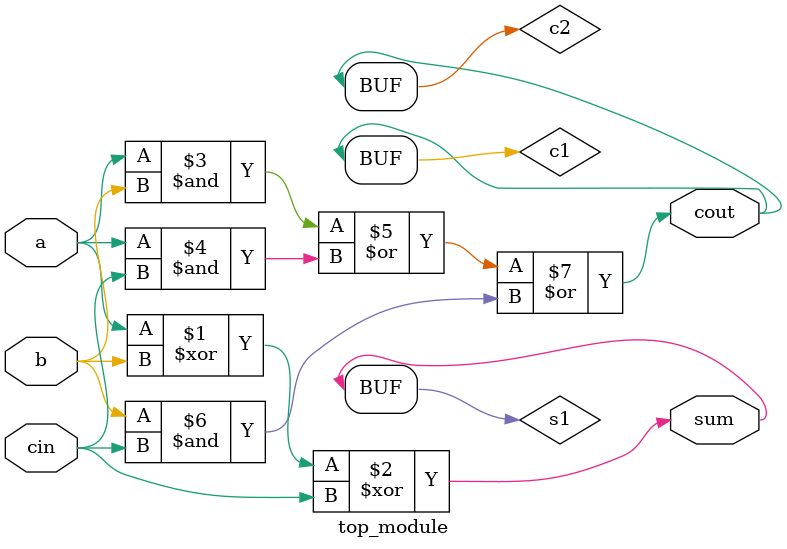
<source format=sv>
module top_module (
    input a,
    input b,
    input cin,
    output cout,
    output sum
);

    wire c1, c2, s1;

    // Full adder implementation
    assign s1 = a ^ b ^ cin;
    assign c1 = (a & b) | (a & cin) | (b & cin);
    assign c2 = c1;
    assign sum = s1;
    assign cout = c2;

endmodule

</source>
